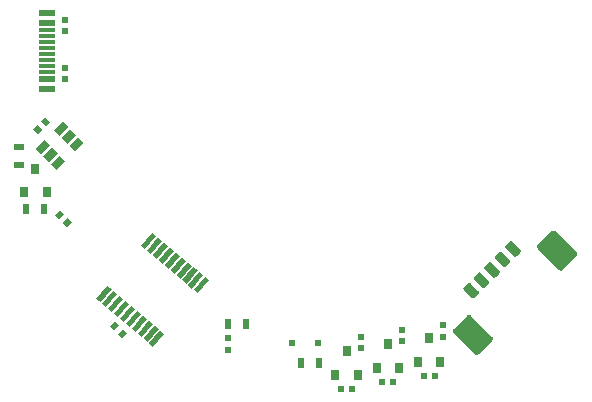
<source format=gbp>
G04 #@! TF.GenerationSoftware,KiCad,Pcbnew,5.1.5+dfsg1-2build2*
G04 #@! TF.CreationDate,2020-08-20T20:04:08+02:00*
G04 #@! TF.ProjectId,lensmount-v1,6c656e73-6d6f-4756-9e74-2d76312e6b69,rev?*
G04 #@! TF.SameCoordinates,Original*
G04 #@! TF.FileFunction,Paste,Bot*
G04 #@! TF.FilePolarity,Positive*
%FSLAX46Y46*%
G04 Gerber Fmt 4.6, Leading zero omitted, Abs format (unit mm)*
G04 Created by KiCad (PCBNEW 5.1.5+dfsg1-2build2) date 2020-08-20 20:04:08*
%MOMM*%
%LPD*%
G04 APERTURE LIST*
%ADD10C,0.100000*%
%ADD11R,0.800000X0.900000*%
%ADD12R,0.600000X0.500000*%
%ADD13R,0.500000X0.600000*%
%ADD14R,0.500000X0.500000*%
%ADD15R,0.600000X0.900000*%
%ADD16R,0.900000X0.600000*%
%ADD17R,1.450000X0.600000*%
%ADD18R,1.450000X0.300000*%
G04 APERTURE END LIST*
D10*
G36*
X76067140Y-107773241D02*
G01*
X76526759Y-108232860D01*
X75777226Y-108982393D01*
X75317607Y-108522774D01*
X76067140Y-107773241D01*
G37*
G36*
X75395388Y-107101490D02*
G01*
X75855007Y-107561109D01*
X75105474Y-108310642D01*
X74645855Y-107851023D01*
X75395388Y-107101490D01*
G37*
G36*
X76738891Y-108444993D02*
G01*
X77198510Y-108904612D01*
X76448977Y-109654145D01*
X75989358Y-109194526D01*
X76738891Y-108444993D01*
G37*
G36*
X78294526Y-106889358D02*
G01*
X78754145Y-107348977D01*
X78004612Y-108098510D01*
X77544993Y-107638891D01*
X78294526Y-106889358D01*
G37*
G36*
X77622774Y-106217607D02*
G01*
X78082393Y-106677226D01*
X77332860Y-107426759D01*
X76873241Y-106967140D01*
X77622774Y-106217607D01*
G37*
G36*
X76951023Y-105545855D02*
G01*
X77410642Y-106005474D01*
X76661109Y-106755007D01*
X76201490Y-106295388D01*
X76951023Y-105545855D01*
G37*
D11*
X74646447Y-109570711D03*
X73696447Y-111570711D03*
X75596447Y-111570711D03*
D12*
X91000000Y-124870000D03*
X91000000Y-123930000D03*
X109200000Y-122830000D03*
X109200000Y-123770000D03*
X102200000Y-123830000D03*
X102200000Y-124770000D03*
X105700000Y-123230000D03*
X105700000Y-124170000D03*
D13*
X107530000Y-127100000D03*
X108470000Y-127100000D03*
X100530000Y-128200000D03*
X101470000Y-128200000D03*
X104030000Y-127600000D03*
X104970000Y-127600000D03*
D12*
X77200000Y-97870000D03*
X77200000Y-96930000D03*
X77200000Y-101030000D03*
X77200000Y-101970000D03*
D11*
X108000000Y-123900000D03*
X107050000Y-125900000D03*
X108950000Y-125900000D03*
X101000000Y-125000000D03*
X100050000Y-127000000D03*
X101950000Y-127000000D03*
X104500000Y-124400000D03*
X103550000Y-126400000D03*
X105450000Y-126400000D03*
D10*
G36*
X111396077Y-121933184D02*
G01*
X111420346Y-121936784D01*
X111444144Y-121942745D01*
X111467244Y-121951010D01*
X111489422Y-121961500D01*
X111510466Y-121974113D01*
X111530171Y-121988727D01*
X111548350Y-122005203D01*
X113316117Y-123772970D01*
X113332593Y-123791149D01*
X113347207Y-123810854D01*
X113359820Y-123831898D01*
X113370310Y-123854076D01*
X113378575Y-123877176D01*
X113384536Y-123900974D01*
X113388136Y-123925243D01*
X113389340Y-123949747D01*
X113388136Y-123974251D01*
X113384536Y-123998520D01*
X113378575Y-124022318D01*
X113370310Y-124045418D01*
X113359820Y-124067596D01*
X113347207Y-124088640D01*
X113332593Y-124108345D01*
X113316117Y-124126524D01*
X112184746Y-125257895D01*
X112166567Y-125274371D01*
X112146862Y-125288985D01*
X112125818Y-125301598D01*
X112103640Y-125312088D01*
X112080540Y-125320353D01*
X112056742Y-125326314D01*
X112032473Y-125329914D01*
X112007969Y-125331118D01*
X111983465Y-125329914D01*
X111959196Y-125326314D01*
X111935398Y-125320353D01*
X111912298Y-125312088D01*
X111890120Y-125301598D01*
X111869076Y-125288985D01*
X111849371Y-125274371D01*
X111831192Y-125257895D01*
X110063425Y-123490128D01*
X110046949Y-123471949D01*
X110032335Y-123452244D01*
X110019722Y-123431200D01*
X110009232Y-123409022D01*
X110000967Y-123385922D01*
X109995006Y-123362124D01*
X109991406Y-123337855D01*
X109990202Y-123313351D01*
X109991406Y-123288847D01*
X109995006Y-123264578D01*
X110000967Y-123240780D01*
X110009232Y-123217680D01*
X110019722Y-123195502D01*
X110032335Y-123174458D01*
X110046949Y-123154753D01*
X110063425Y-123136574D01*
X111194796Y-122005203D01*
X111212975Y-121988727D01*
X111232680Y-121974113D01*
X111253724Y-121961500D01*
X111275902Y-121951010D01*
X111299002Y-121942745D01*
X111322800Y-121936784D01*
X111347069Y-121933184D01*
X111371573Y-121931980D01*
X111396077Y-121933184D01*
G37*
G36*
X118537855Y-114791406D02*
G01*
X118562124Y-114795006D01*
X118585922Y-114800967D01*
X118609022Y-114809232D01*
X118631200Y-114819722D01*
X118652244Y-114832335D01*
X118671949Y-114846949D01*
X118690128Y-114863425D01*
X120457895Y-116631192D01*
X120474371Y-116649371D01*
X120488985Y-116669076D01*
X120501598Y-116690120D01*
X120512088Y-116712298D01*
X120520353Y-116735398D01*
X120526314Y-116759196D01*
X120529914Y-116783465D01*
X120531118Y-116807969D01*
X120529914Y-116832473D01*
X120526314Y-116856742D01*
X120520353Y-116880540D01*
X120512088Y-116903640D01*
X120501598Y-116925818D01*
X120488985Y-116946862D01*
X120474371Y-116966567D01*
X120457895Y-116984746D01*
X119326524Y-118116117D01*
X119308345Y-118132593D01*
X119288640Y-118147207D01*
X119267596Y-118159820D01*
X119245418Y-118170310D01*
X119222318Y-118178575D01*
X119198520Y-118184536D01*
X119174251Y-118188136D01*
X119149747Y-118189340D01*
X119125243Y-118188136D01*
X119100974Y-118184536D01*
X119077176Y-118178575D01*
X119054076Y-118170310D01*
X119031898Y-118159820D01*
X119010854Y-118147207D01*
X118991149Y-118132593D01*
X118972970Y-118116117D01*
X117205203Y-116348350D01*
X117188727Y-116330171D01*
X117174113Y-116310466D01*
X117161500Y-116289422D01*
X117151010Y-116267244D01*
X117142745Y-116244144D01*
X117136784Y-116220346D01*
X117133184Y-116196077D01*
X117131980Y-116171573D01*
X117133184Y-116147069D01*
X117136784Y-116122800D01*
X117142745Y-116099002D01*
X117151010Y-116075902D01*
X117161500Y-116053724D01*
X117174113Y-116032680D01*
X117188727Y-116012975D01*
X117205203Y-115994796D01*
X118336574Y-114863425D01*
X118354753Y-114846949D01*
X118374458Y-114832335D01*
X118395502Y-114819722D01*
X118417680Y-114809232D01*
X118440780Y-114800967D01*
X118464578Y-114795006D01*
X118488847Y-114791406D01*
X118513351Y-114790202D01*
X118537855Y-114791406D01*
G37*
G36*
X111391176Y-119225227D02*
G01*
X111410591Y-119228107D01*
X111429630Y-119232876D01*
X111448110Y-119239488D01*
X111465852Y-119247880D01*
X111482687Y-119257970D01*
X111498452Y-119269662D01*
X111512994Y-119282843D01*
X112149390Y-119919239D01*
X112162571Y-119933781D01*
X112174263Y-119949546D01*
X112184353Y-119966381D01*
X112192745Y-119984123D01*
X112199357Y-120002603D01*
X112204126Y-120021642D01*
X112207006Y-120041057D01*
X112207969Y-120060660D01*
X112207006Y-120080263D01*
X112204126Y-120099678D01*
X112199357Y-120118717D01*
X112192745Y-120137197D01*
X112184353Y-120154939D01*
X112174263Y-120171774D01*
X112162571Y-120187539D01*
X112149390Y-120202081D01*
X111866548Y-120484923D01*
X111852006Y-120498104D01*
X111836241Y-120509796D01*
X111819406Y-120519886D01*
X111801664Y-120528278D01*
X111783184Y-120534890D01*
X111764145Y-120539659D01*
X111744730Y-120542539D01*
X111725127Y-120543502D01*
X111705524Y-120542539D01*
X111686109Y-120539659D01*
X111667070Y-120534890D01*
X111648590Y-120528278D01*
X111630848Y-120519886D01*
X111614013Y-120509796D01*
X111598248Y-120498104D01*
X111583706Y-120484923D01*
X110947310Y-119848527D01*
X110934129Y-119833985D01*
X110922437Y-119818220D01*
X110912347Y-119801385D01*
X110903955Y-119783643D01*
X110897343Y-119765163D01*
X110892574Y-119746124D01*
X110889694Y-119726709D01*
X110888731Y-119707106D01*
X110889694Y-119687503D01*
X110892574Y-119668088D01*
X110897343Y-119649049D01*
X110903955Y-119630569D01*
X110912347Y-119612827D01*
X110922437Y-119595992D01*
X110934129Y-119580227D01*
X110947310Y-119565685D01*
X111230152Y-119282843D01*
X111244694Y-119269662D01*
X111260459Y-119257970D01*
X111277294Y-119247880D01*
X111295036Y-119239488D01*
X111313516Y-119232876D01*
X111332555Y-119228107D01*
X111351970Y-119225227D01*
X111371573Y-119224264D01*
X111391176Y-119225227D01*
G37*
G36*
X112275059Y-118341344D02*
G01*
X112294474Y-118344224D01*
X112313513Y-118348993D01*
X112331993Y-118355605D01*
X112349735Y-118363997D01*
X112366570Y-118374087D01*
X112382335Y-118385779D01*
X112396877Y-118398960D01*
X113033273Y-119035356D01*
X113046454Y-119049898D01*
X113058146Y-119065663D01*
X113068236Y-119082498D01*
X113076628Y-119100240D01*
X113083240Y-119118720D01*
X113088009Y-119137759D01*
X113090889Y-119157174D01*
X113091852Y-119176777D01*
X113090889Y-119196380D01*
X113088009Y-119215795D01*
X113083240Y-119234834D01*
X113076628Y-119253314D01*
X113068236Y-119271056D01*
X113058146Y-119287891D01*
X113046454Y-119303656D01*
X113033273Y-119318198D01*
X112750431Y-119601040D01*
X112735889Y-119614221D01*
X112720124Y-119625913D01*
X112703289Y-119636003D01*
X112685547Y-119644395D01*
X112667067Y-119651007D01*
X112648028Y-119655776D01*
X112628613Y-119658656D01*
X112609010Y-119659619D01*
X112589407Y-119658656D01*
X112569992Y-119655776D01*
X112550953Y-119651007D01*
X112532473Y-119644395D01*
X112514731Y-119636003D01*
X112497896Y-119625913D01*
X112482131Y-119614221D01*
X112467589Y-119601040D01*
X111831193Y-118964644D01*
X111818012Y-118950102D01*
X111806320Y-118934337D01*
X111796230Y-118917502D01*
X111787838Y-118899760D01*
X111781226Y-118881280D01*
X111776457Y-118862241D01*
X111773577Y-118842826D01*
X111772614Y-118823223D01*
X111773577Y-118803620D01*
X111776457Y-118784205D01*
X111781226Y-118765166D01*
X111787838Y-118746686D01*
X111796230Y-118728944D01*
X111806320Y-118712109D01*
X111818012Y-118696344D01*
X111831193Y-118681802D01*
X112114035Y-118398960D01*
X112128577Y-118385779D01*
X112144342Y-118374087D01*
X112161177Y-118363997D01*
X112178919Y-118355605D01*
X112197399Y-118348993D01*
X112216438Y-118344224D01*
X112235853Y-118341344D01*
X112255456Y-118340381D01*
X112275059Y-118341344D01*
G37*
G36*
X113158943Y-117457461D02*
G01*
X113178358Y-117460341D01*
X113197397Y-117465110D01*
X113215877Y-117471722D01*
X113233619Y-117480114D01*
X113250454Y-117490204D01*
X113266219Y-117501896D01*
X113280761Y-117515077D01*
X113917157Y-118151473D01*
X113930338Y-118166015D01*
X113942030Y-118181780D01*
X113952120Y-118198615D01*
X113960512Y-118216357D01*
X113967124Y-118234837D01*
X113971893Y-118253876D01*
X113974773Y-118273291D01*
X113975736Y-118292894D01*
X113974773Y-118312497D01*
X113971893Y-118331912D01*
X113967124Y-118350951D01*
X113960512Y-118369431D01*
X113952120Y-118387173D01*
X113942030Y-118404008D01*
X113930338Y-118419773D01*
X113917157Y-118434315D01*
X113634315Y-118717157D01*
X113619773Y-118730338D01*
X113604008Y-118742030D01*
X113587173Y-118752120D01*
X113569431Y-118760512D01*
X113550951Y-118767124D01*
X113531912Y-118771893D01*
X113512497Y-118774773D01*
X113492894Y-118775736D01*
X113473291Y-118774773D01*
X113453876Y-118771893D01*
X113434837Y-118767124D01*
X113416357Y-118760512D01*
X113398615Y-118752120D01*
X113381780Y-118742030D01*
X113366015Y-118730338D01*
X113351473Y-118717157D01*
X112715077Y-118080761D01*
X112701896Y-118066219D01*
X112690204Y-118050454D01*
X112680114Y-118033619D01*
X112671722Y-118015877D01*
X112665110Y-117997397D01*
X112660341Y-117978358D01*
X112657461Y-117958943D01*
X112656498Y-117939340D01*
X112657461Y-117919737D01*
X112660341Y-117900322D01*
X112665110Y-117881283D01*
X112671722Y-117862803D01*
X112680114Y-117845061D01*
X112690204Y-117828226D01*
X112701896Y-117812461D01*
X112715077Y-117797919D01*
X112997919Y-117515077D01*
X113012461Y-117501896D01*
X113028226Y-117490204D01*
X113045061Y-117480114D01*
X113062803Y-117471722D01*
X113081283Y-117465110D01*
X113100322Y-117460341D01*
X113119737Y-117457461D01*
X113139340Y-117456498D01*
X113158943Y-117457461D01*
G37*
G36*
X114042826Y-116573577D02*
G01*
X114062241Y-116576457D01*
X114081280Y-116581226D01*
X114099760Y-116587838D01*
X114117502Y-116596230D01*
X114134337Y-116606320D01*
X114150102Y-116618012D01*
X114164644Y-116631193D01*
X114801040Y-117267589D01*
X114814221Y-117282131D01*
X114825913Y-117297896D01*
X114836003Y-117314731D01*
X114844395Y-117332473D01*
X114851007Y-117350953D01*
X114855776Y-117369992D01*
X114858656Y-117389407D01*
X114859619Y-117409010D01*
X114858656Y-117428613D01*
X114855776Y-117448028D01*
X114851007Y-117467067D01*
X114844395Y-117485547D01*
X114836003Y-117503289D01*
X114825913Y-117520124D01*
X114814221Y-117535889D01*
X114801040Y-117550431D01*
X114518198Y-117833273D01*
X114503656Y-117846454D01*
X114487891Y-117858146D01*
X114471056Y-117868236D01*
X114453314Y-117876628D01*
X114434834Y-117883240D01*
X114415795Y-117888009D01*
X114396380Y-117890889D01*
X114376777Y-117891852D01*
X114357174Y-117890889D01*
X114337759Y-117888009D01*
X114318720Y-117883240D01*
X114300240Y-117876628D01*
X114282498Y-117868236D01*
X114265663Y-117858146D01*
X114249898Y-117846454D01*
X114235356Y-117833273D01*
X113598960Y-117196877D01*
X113585779Y-117182335D01*
X113574087Y-117166570D01*
X113563997Y-117149735D01*
X113555605Y-117131993D01*
X113548993Y-117113513D01*
X113544224Y-117094474D01*
X113541344Y-117075059D01*
X113540381Y-117055456D01*
X113541344Y-117035853D01*
X113544224Y-117016438D01*
X113548993Y-116997399D01*
X113555605Y-116978919D01*
X113563997Y-116961177D01*
X113574087Y-116944342D01*
X113585779Y-116928577D01*
X113598960Y-116914035D01*
X113881802Y-116631193D01*
X113896344Y-116618012D01*
X113912109Y-116606320D01*
X113928944Y-116596230D01*
X113946686Y-116587838D01*
X113965166Y-116581226D01*
X113984205Y-116576457D01*
X114003620Y-116573577D01*
X114023223Y-116572614D01*
X114042826Y-116573577D01*
G37*
G36*
X114926709Y-115689694D02*
G01*
X114946124Y-115692574D01*
X114965163Y-115697343D01*
X114983643Y-115703955D01*
X115001385Y-115712347D01*
X115018220Y-115722437D01*
X115033985Y-115734129D01*
X115048527Y-115747310D01*
X115684923Y-116383706D01*
X115698104Y-116398248D01*
X115709796Y-116414013D01*
X115719886Y-116430848D01*
X115728278Y-116448590D01*
X115734890Y-116467070D01*
X115739659Y-116486109D01*
X115742539Y-116505524D01*
X115743502Y-116525127D01*
X115742539Y-116544730D01*
X115739659Y-116564145D01*
X115734890Y-116583184D01*
X115728278Y-116601664D01*
X115719886Y-116619406D01*
X115709796Y-116636241D01*
X115698104Y-116652006D01*
X115684923Y-116666548D01*
X115402081Y-116949390D01*
X115387539Y-116962571D01*
X115371774Y-116974263D01*
X115354939Y-116984353D01*
X115337197Y-116992745D01*
X115318717Y-116999357D01*
X115299678Y-117004126D01*
X115280263Y-117007006D01*
X115260660Y-117007969D01*
X115241057Y-117007006D01*
X115221642Y-117004126D01*
X115202603Y-116999357D01*
X115184123Y-116992745D01*
X115166381Y-116984353D01*
X115149546Y-116974263D01*
X115133781Y-116962571D01*
X115119239Y-116949390D01*
X114482843Y-116312994D01*
X114469662Y-116298452D01*
X114457970Y-116282687D01*
X114447880Y-116265852D01*
X114439488Y-116248110D01*
X114432876Y-116229630D01*
X114428107Y-116210591D01*
X114425227Y-116191176D01*
X114424264Y-116171573D01*
X114425227Y-116151970D01*
X114428107Y-116132555D01*
X114432876Y-116113516D01*
X114439488Y-116095036D01*
X114447880Y-116077294D01*
X114457970Y-116060459D01*
X114469662Y-116044694D01*
X114482843Y-116030152D01*
X114765685Y-115747310D01*
X114780227Y-115734129D01*
X114795992Y-115722437D01*
X114812827Y-115712347D01*
X114830569Y-115703955D01*
X114849049Y-115697343D01*
X114868088Y-115692574D01*
X114887503Y-115689694D01*
X114907106Y-115688731D01*
X114926709Y-115689694D01*
G37*
D14*
X96400000Y-124300000D03*
X98600000Y-124300000D03*
D15*
X97150000Y-126000000D03*
X98650000Y-126000000D03*
X92450000Y-122700000D03*
X90950000Y-122700000D03*
D10*
G36*
X75567695Y-105956569D02*
G01*
X75143431Y-105532305D01*
X75496985Y-105178751D01*
X75921249Y-105603015D01*
X75567695Y-105956569D01*
G37*
G36*
X74903015Y-106621249D02*
G01*
X74478751Y-106196985D01*
X74832305Y-105843431D01*
X75256569Y-106267695D01*
X74903015Y-106621249D01*
G37*
D15*
X75396447Y-112974874D03*
X73896447Y-112974874D03*
D16*
X73300000Y-109250000D03*
X73300000Y-107750000D03*
D10*
G36*
X77056569Y-113382305D02*
G01*
X76632305Y-113806569D01*
X76278751Y-113453015D01*
X76703015Y-113028751D01*
X77056569Y-113382305D01*
G37*
G36*
X77721249Y-114046985D02*
G01*
X77296985Y-114471249D01*
X76943431Y-114117695D01*
X77367695Y-113693431D01*
X77721249Y-114046985D01*
G37*
G36*
X81643431Y-123567695D02*
G01*
X82067695Y-123143431D01*
X82421249Y-123496985D01*
X81996985Y-123921249D01*
X81643431Y-123567695D01*
G37*
G36*
X80978751Y-122903015D02*
G01*
X81403015Y-122478751D01*
X81756569Y-122832305D01*
X81332305Y-123256569D01*
X80978751Y-122903015D01*
G37*
D17*
X75600000Y-102000000D03*
X75600000Y-97200000D03*
X75600000Y-96400000D03*
X75600000Y-102800000D03*
X75600000Y-96400000D03*
X75600000Y-97200000D03*
D18*
X75600000Y-97850000D03*
X75600000Y-98350000D03*
X75600000Y-98850000D03*
X75600000Y-99350000D03*
X75600000Y-99850000D03*
X75600000Y-100350000D03*
X75600000Y-100850000D03*
X75600000Y-101350000D03*
D17*
X75600000Y-102000000D03*
X75600000Y-102800000D03*
D10*
G36*
X80756758Y-119479668D02*
G01*
X81101478Y-119768922D01*
X80169436Y-120879686D01*
X79824716Y-120590432D01*
X80756758Y-119479668D01*
G37*
G36*
X81254686Y-119897480D02*
G01*
X81599406Y-120186734D01*
X80667364Y-121297498D01*
X80322644Y-121008244D01*
X81254686Y-119897480D01*
G37*
G36*
X81752615Y-120315292D02*
G01*
X82097335Y-120604546D01*
X81165293Y-121715310D01*
X80820573Y-121426056D01*
X81752615Y-120315292D01*
G37*
G36*
X82250544Y-120733104D02*
G01*
X82595264Y-121022358D01*
X81663222Y-122133122D01*
X81318502Y-121843868D01*
X82250544Y-120733104D01*
G37*
G36*
X82748473Y-121150916D02*
G01*
X83093193Y-121440170D01*
X82161151Y-122550934D01*
X81816431Y-122261680D01*
X82748473Y-121150916D01*
G37*
G36*
X83246402Y-121568728D02*
G01*
X83591122Y-121857982D01*
X82659080Y-122968746D01*
X82314360Y-122679492D01*
X83246402Y-121568728D01*
G37*
G36*
X83744331Y-121986540D02*
G01*
X84089051Y-122275794D01*
X83157009Y-123386558D01*
X82812289Y-123097304D01*
X83744331Y-121986540D01*
G37*
G36*
X84242260Y-122404352D02*
G01*
X84586980Y-122693606D01*
X83654938Y-123804370D01*
X83310218Y-123515116D01*
X84242260Y-122404352D01*
G37*
G36*
X84740189Y-122822164D02*
G01*
X85084909Y-123111418D01*
X84152867Y-124222182D01*
X83808147Y-123932928D01*
X84740189Y-122822164D01*
G37*
G36*
X85238118Y-123239976D02*
G01*
X85582838Y-123529230D01*
X84650796Y-124639994D01*
X84306076Y-124350740D01*
X85238118Y-123239976D01*
G37*
G36*
X89030564Y-118720314D02*
G01*
X89375284Y-119009568D01*
X88443242Y-120120332D01*
X88098522Y-119831078D01*
X89030564Y-118720314D01*
G37*
G36*
X88532636Y-118302502D02*
G01*
X88877356Y-118591756D01*
X87945314Y-119702520D01*
X87600594Y-119413266D01*
X88532636Y-118302502D01*
G37*
G36*
X88034707Y-117884690D02*
G01*
X88379427Y-118173944D01*
X87447385Y-119284708D01*
X87102665Y-118995454D01*
X88034707Y-117884690D01*
G37*
G36*
X87536778Y-117466878D02*
G01*
X87881498Y-117756132D01*
X86949456Y-118866896D01*
X86604736Y-118577642D01*
X87536778Y-117466878D01*
G37*
G36*
X87038849Y-117049066D02*
G01*
X87383569Y-117338320D01*
X86451527Y-118449084D01*
X86106807Y-118159830D01*
X87038849Y-117049066D01*
G37*
G36*
X86540920Y-116631254D02*
G01*
X86885640Y-116920508D01*
X85953598Y-118031272D01*
X85608878Y-117742018D01*
X86540920Y-116631254D01*
G37*
G36*
X86042991Y-116213442D02*
G01*
X86387711Y-116502696D01*
X85455669Y-117613460D01*
X85110949Y-117324206D01*
X86042991Y-116213442D01*
G37*
G36*
X85545062Y-115795630D02*
G01*
X85889782Y-116084884D01*
X84957740Y-117195648D01*
X84613020Y-116906394D01*
X85545062Y-115795630D01*
G37*
G36*
X85047133Y-115377818D02*
G01*
X85391853Y-115667072D01*
X84459811Y-116777836D01*
X84115091Y-116488582D01*
X85047133Y-115377818D01*
G37*
G36*
X84549204Y-114960006D02*
G01*
X84893924Y-115249260D01*
X83961882Y-116360024D01*
X83617162Y-116070770D01*
X84549204Y-114960006D01*
G37*
M02*

</source>
